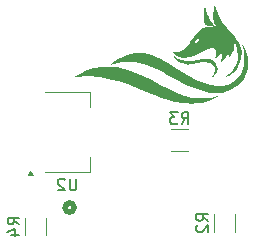
<source format=gbr>
%TF.GenerationSoftware,KiCad,Pcbnew,8.0.4*%
%TF.CreationDate,2024-07-30T18:13:19-04:00*%
%TF.ProjectId,esp32-c3-wroom-socket,65737033-322d-4633-932d-77726f6f6d2d,rev?*%
%TF.SameCoordinates,Original*%
%TF.FileFunction,Legend,Bot*%
%TF.FilePolarity,Positive*%
%FSLAX46Y46*%
G04 Gerber Fmt 4.6, Leading zero omitted, Abs format (unit mm)*
G04 Created by KiCad (PCBNEW 8.0.4) date 2024-07-30 18:13:19*
%MOMM*%
%LPD*%
G01*
G04 APERTURE LIST*
%ADD10C,0.150000*%
%ADD11C,0.000000*%
%ADD12C,0.508000*%
%ADD13C,0.120000*%
G04 APERTURE END LIST*
D10*
X152461904Y-72754819D02*
X152461904Y-73564342D01*
X152461904Y-73564342D02*
X152414285Y-73659580D01*
X152414285Y-73659580D02*
X152366666Y-73707200D01*
X152366666Y-73707200D02*
X152271428Y-73754819D01*
X152271428Y-73754819D02*
X152080952Y-73754819D01*
X152080952Y-73754819D02*
X151985714Y-73707200D01*
X151985714Y-73707200D02*
X151938095Y-73659580D01*
X151938095Y-73659580D02*
X151890476Y-73564342D01*
X151890476Y-73564342D02*
X151890476Y-72754819D01*
X151461904Y-72850057D02*
X151414285Y-72802438D01*
X151414285Y-72802438D02*
X151319047Y-72754819D01*
X151319047Y-72754819D02*
X151080952Y-72754819D01*
X151080952Y-72754819D02*
X150985714Y-72802438D01*
X150985714Y-72802438D02*
X150938095Y-72850057D01*
X150938095Y-72850057D02*
X150890476Y-72945295D01*
X150890476Y-72945295D02*
X150890476Y-73040533D01*
X150890476Y-73040533D02*
X150938095Y-73183390D01*
X150938095Y-73183390D02*
X151509523Y-73754819D01*
X151509523Y-73754819D02*
X150890476Y-73754819D01*
X163634819Y-76333333D02*
X163158628Y-76000000D01*
X163634819Y-75761905D02*
X162634819Y-75761905D01*
X162634819Y-75761905D02*
X162634819Y-76142857D01*
X162634819Y-76142857D02*
X162682438Y-76238095D01*
X162682438Y-76238095D02*
X162730057Y-76285714D01*
X162730057Y-76285714D02*
X162825295Y-76333333D01*
X162825295Y-76333333D02*
X162968152Y-76333333D01*
X162968152Y-76333333D02*
X163063390Y-76285714D01*
X163063390Y-76285714D02*
X163111009Y-76238095D01*
X163111009Y-76238095D02*
X163158628Y-76142857D01*
X163158628Y-76142857D02*
X163158628Y-75761905D01*
X162730057Y-76714286D02*
X162682438Y-76761905D01*
X162682438Y-76761905D02*
X162634819Y-76857143D01*
X162634819Y-76857143D02*
X162634819Y-77095238D01*
X162634819Y-77095238D02*
X162682438Y-77190476D01*
X162682438Y-77190476D02*
X162730057Y-77238095D01*
X162730057Y-77238095D02*
X162825295Y-77285714D01*
X162825295Y-77285714D02*
X162920533Y-77285714D01*
X162920533Y-77285714D02*
X163063390Y-77238095D01*
X163063390Y-77238095D02*
X163634819Y-76666667D01*
X163634819Y-76666667D02*
X163634819Y-77285714D01*
X161366666Y-68134819D02*
X161699999Y-67658628D01*
X161938094Y-68134819D02*
X161938094Y-67134819D01*
X161938094Y-67134819D02*
X161557142Y-67134819D01*
X161557142Y-67134819D02*
X161461904Y-67182438D01*
X161461904Y-67182438D02*
X161414285Y-67230057D01*
X161414285Y-67230057D02*
X161366666Y-67325295D01*
X161366666Y-67325295D02*
X161366666Y-67468152D01*
X161366666Y-67468152D02*
X161414285Y-67563390D01*
X161414285Y-67563390D02*
X161461904Y-67611009D01*
X161461904Y-67611009D02*
X161557142Y-67658628D01*
X161557142Y-67658628D02*
X161938094Y-67658628D01*
X161033332Y-67134819D02*
X160414285Y-67134819D01*
X160414285Y-67134819D02*
X160747618Y-67515771D01*
X160747618Y-67515771D02*
X160604761Y-67515771D01*
X160604761Y-67515771D02*
X160509523Y-67563390D01*
X160509523Y-67563390D02*
X160461904Y-67611009D01*
X160461904Y-67611009D02*
X160414285Y-67706247D01*
X160414285Y-67706247D02*
X160414285Y-67944342D01*
X160414285Y-67944342D02*
X160461904Y-68039580D01*
X160461904Y-68039580D02*
X160509523Y-68087200D01*
X160509523Y-68087200D02*
X160604761Y-68134819D01*
X160604761Y-68134819D02*
X160890475Y-68134819D01*
X160890475Y-68134819D02*
X160985713Y-68087200D01*
X160985713Y-68087200D02*
X161033332Y-68039580D01*
X147634819Y-76633333D02*
X147158628Y-76300000D01*
X147634819Y-76061905D02*
X146634819Y-76061905D01*
X146634819Y-76061905D02*
X146634819Y-76442857D01*
X146634819Y-76442857D02*
X146682438Y-76538095D01*
X146682438Y-76538095D02*
X146730057Y-76585714D01*
X146730057Y-76585714D02*
X146825295Y-76633333D01*
X146825295Y-76633333D02*
X146968152Y-76633333D01*
X146968152Y-76633333D02*
X147063390Y-76585714D01*
X147063390Y-76585714D02*
X147111009Y-76538095D01*
X147111009Y-76538095D02*
X147158628Y-76442857D01*
X147158628Y-76442857D02*
X147158628Y-76061905D01*
X146968152Y-77490476D02*
X147634819Y-77490476D01*
X146587200Y-77252381D02*
X147301485Y-77014286D01*
X147301485Y-77014286D02*
X147301485Y-77633333D01*
D11*
%TO.C,G\u002A\u002A\u002A*%
G36*
X156024104Y-63338716D02*
G01*
X156173697Y-63369041D01*
X156507893Y-63451328D01*
X156858767Y-63559144D01*
X157239428Y-63697764D01*
X157662984Y-63872463D01*
X158142542Y-64088515D01*
X158691212Y-64351193D01*
X159322101Y-64665774D01*
X159575783Y-64793769D01*
X160132057Y-65070373D01*
X160608967Y-65299444D01*
X161019301Y-65485280D01*
X161375843Y-65632183D01*
X161691382Y-65744451D01*
X161978702Y-65826385D01*
X162250591Y-65882285D01*
X162519835Y-65916451D01*
X162799220Y-65933182D01*
X163101532Y-65936780D01*
X163208736Y-65935703D01*
X163568882Y-65920103D01*
X163863761Y-65883348D01*
X164128960Y-65821444D01*
X164153715Y-65814340D01*
X164340991Y-65764298D01*
X164478362Y-65733932D01*
X164537610Y-65729586D01*
X164512187Y-65760974D01*
X164406823Y-65824819D01*
X164243316Y-65908932D01*
X164045100Y-66002307D01*
X163835610Y-66093936D01*
X163638283Y-66172815D01*
X163476552Y-66227934D01*
X163336305Y-66264944D01*
X163067108Y-66323955D01*
X162812913Y-66367752D01*
X162593123Y-66388182D01*
X162216347Y-66395041D01*
X161795636Y-66377783D01*
X161368371Y-66338227D01*
X160971928Y-66278191D01*
X160789195Y-66240673D01*
X160445133Y-66154062D01*
X160069864Y-66038501D01*
X159646623Y-65888235D01*
X159158645Y-65697514D01*
X158589164Y-65460583D01*
X157755216Y-65119804D01*
X156829391Y-64777410D01*
X155966340Y-64498797D01*
X155173638Y-64286382D01*
X154458862Y-64142582D01*
X154429417Y-64138004D01*
X154134975Y-64105592D01*
X153792481Y-64086237D01*
X153433620Y-64079979D01*
X153090075Y-64086858D01*
X152793529Y-64106915D01*
X152575667Y-64140189D01*
X152477967Y-64161789D01*
X152345044Y-64184490D01*
X152284473Y-64184838D01*
X152299846Y-64156656D01*
X152393720Y-64088432D01*
X152551225Y-63994268D01*
X152751442Y-63885444D01*
X152973452Y-63773239D01*
X153196336Y-63668934D01*
X153399173Y-63583806D01*
X153883682Y-63425058D01*
X154593185Y-63288445D01*
X155310902Y-63259268D01*
X156024104Y-63338716D01*
G37*
G36*
X166518438Y-61369316D02*
G01*
X166577088Y-61449193D01*
X166660917Y-61596488D01*
X166762597Y-61803696D01*
X166808590Y-61908211D01*
X166975479Y-62433748D01*
X167037052Y-62948952D01*
X166998180Y-63444134D01*
X166863735Y-63909605D01*
X166638587Y-64335675D01*
X166327607Y-64712655D01*
X165935668Y-65030855D01*
X165467640Y-65280586D01*
X164928395Y-65452158D01*
X164856358Y-65467087D01*
X164365643Y-65509580D01*
X163810479Y-65464085D01*
X163192990Y-65331273D01*
X162515301Y-65111815D01*
X161779537Y-64806384D01*
X160987822Y-64415648D01*
X160142279Y-63940280D01*
X159938935Y-63821188D01*
X159473265Y-63564384D01*
X159052925Y-63359732D01*
X158649045Y-63193823D01*
X158232757Y-63053246D01*
X158070701Y-63005361D01*
X157885579Y-62959200D01*
X157705403Y-62929039D01*
X157501157Y-62911561D01*
X157243820Y-62903448D01*
X156904376Y-62901384D01*
X156784717Y-62901544D01*
X156467053Y-62905567D01*
X156226666Y-62916920D01*
X156037820Y-62938179D01*
X155874775Y-62971920D01*
X155711795Y-63020718D01*
X155707899Y-63022016D01*
X155526043Y-63078799D01*
X155391226Y-63113924D01*
X155332379Y-63119833D01*
X155337578Y-63094296D01*
X155413795Y-63019577D01*
X155555178Y-62913170D01*
X155742085Y-62788021D01*
X155954874Y-62657079D01*
X156173904Y-62533288D01*
X156379535Y-62429596D01*
X156614227Y-62326555D01*
X157012094Y-62188125D01*
X157390455Y-62112070D01*
X157788804Y-62088840D01*
X157863816Y-62089454D01*
X158211845Y-62111209D01*
X158548121Y-62168755D01*
X158888470Y-62268411D01*
X159248716Y-62416499D01*
X159644687Y-62619341D01*
X160092206Y-62883257D01*
X160607100Y-63214570D01*
X160708562Y-63281562D01*
X161392584Y-63717437D01*
X162007923Y-64079024D01*
X162563179Y-64370210D01*
X163066953Y-64594884D01*
X163527847Y-64756931D01*
X163954460Y-64860239D01*
X164355393Y-64908697D01*
X164656923Y-64917210D01*
X164927801Y-64899081D01*
X165163615Y-64848878D01*
X165336850Y-64788488D01*
X165727243Y-64573404D01*
X166074123Y-64269435D01*
X166363375Y-63890507D01*
X166580883Y-63450547D01*
X166639992Y-63227906D01*
X166680174Y-62906159D01*
X166692183Y-62545850D01*
X166676378Y-62183528D01*
X166633118Y-61855744D01*
X166562759Y-61599049D01*
X166505998Y-61441838D01*
X166492299Y-61364362D01*
X166518438Y-61369316D01*
G37*
G36*
X164991247Y-64173085D02*
G01*
X164963457Y-64200875D01*
X164935668Y-64173085D01*
X164963457Y-64145295D01*
X164991247Y-64173085D01*
G37*
G36*
X160787436Y-62380532D02*
G01*
X160892451Y-62464967D01*
X161086742Y-62611382D01*
X161401259Y-62743037D01*
X161783217Y-62801370D01*
X162238630Y-62787136D01*
X162773511Y-62701089D01*
X162777163Y-62700319D01*
X163114951Y-62634994D01*
X163372034Y-62601933D01*
X163573801Y-62600998D01*
X163745640Y-62632054D01*
X163912939Y-62694963D01*
X164103297Y-62810752D01*
X164300145Y-63033593D01*
X164406573Y-63314052D01*
X164415304Y-63502684D01*
X164334665Y-63763229D01*
X164144045Y-64019408D01*
X164133468Y-64030304D01*
X164012174Y-64141384D01*
X163951943Y-64169709D01*
X163959302Y-64117364D01*
X164040780Y-63986433D01*
X164081739Y-63924177D01*
X164184459Y-63670239D01*
X164188805Y-63425532D01*
X164097239Y-63208267D01*
X163912229Y-63036658D01*
X163842632Y-62997000D01*
X163640280Y-62920434D01*
X163405925Y-62892046D01*
X163116275Y-62910602D01*
X162748040Y-62974864D01*
X162620446Y-63000025D01*
X162346282Y-63045689D01*
X162097037Y-63077155D01*
X161914341Y-63088735D01*
X161787325Y-63081187D01*
X161449965Y-62997470D01*
X161137879Y-62835483D01*
X160889830Y-62613219D01*
X160854216Y-62568794D01*
X160768130Y-62443105D01*
X160745933Y-62376798D01*
X160787436Y-62380532D01*
G37*
G36*
X166019832Y-60949453D02*
G01*
X166132980Y-61111272D01*
X166295433Y-61401567D01*
X166400141Y-61671271D01*
X166453395Y-61933409D01*
X166461483Y-62201007D01*
X166430695Y-62487090D01*
X166411949Y-62591655D01*
X166270071Y-63063170D01*
X166047032Y-63461132D01*
X165744627Y-63782948D01*
X165364656Y-64026023D01*
X165229383Y-64089262D01*
X165113486Y-64133402D01*
X165092900Y-64120809D01*
X165167550Y-64051199D01*
X165337359Y-63924292D01*
X165425407Y-63857561D01*
X165744345Y-63535159D01*
X165974371Y-63158169D01*
X166112178Y-62740542D01*
X166154463Y-62296231D01*
X166097920Y-61839187D01*
X165939244Y-61383364D01*
X165926013Y-61355301D01*
X165841939Y-61187100D01*
X165777076Y-61073980D01*
X165744537Y-61039125D01*
X165740164Y-61063340D01*
X165749992Y-61170873D01*
X165778753Y-61329832D01*
X165807717Y-61567873D01*
X165771345Y-61857135D01*
X165736699Y-61969043D01*
X165663382Y-62144565D01*
X165577644Y-62308472D01*
X165496230Y-62429792D01*
X165435886Y-62477554D01*
X165426307Y-62454700D01*
X165419631Y-62348953D01*
X165423420Y-62186139D01*
X165438743Y-61894311D01*
X165296300Y-62181503D01*
X165219604Y-62311160D01*
X165101289Y-62472230D01*
X164968361Y-62628161D01*
X164840535Y-62757561D01*
X164737530Y-62839037D01*
X164679060Y-62851197D01*
X164678233Y-62791861D01*
X164711793Y-62676519D01*
X164715666Y-62665845D01*
X164753411Y-62499881D01*
X164768928Y-62314080D01*
X164768928Y-62101918D01*
X164553147Y-62317698D01*
X164523600Y-62346704D01*
X164380480Y-62469581D01*
X164277618Y-62528735D01*
X164227839Y-62519252D01*
X164243968Y-62436214D01*
X164257293Y-62404120D01*
X164311815Y-62175764D01*
X164298395Y-61968274D01*
X164218459Y-61816270D01*
X164160706Y-61767522D01*
X164020301Y-61711640D01*
X163841961Y-61721353D01*
X163610174Y-61798883D01*
X163309428Y-61946452D01*
X162911080Y-62143456D01*
X162429533Y-62333031D01*
X161986755Y-62452234D01*
X161600875Y-62495241D01*
X161518890Y-62494599D01*
X161220776Y-62458269D01*
X160984103Y-62358726D01*
X160777670Y-62184182D01*
X160649214Y-62046643D01*
X161002354Y-62024157D01*
X161144295Y-62010712D01*
X161341716Y-61966120D01*
X161512351Y-61880871D01*
X161675655Y-61740442D01*
X161851081Y-61530308D01*
X162058084Y-61235944D01*
X162058406Y-61235468D01*
X162490153Y-61235468D01*
X162491998Y-61267819D01*
X162519109Y-61304805D01*
X162589426Y-61266722D01*
X162716748Y-61148258D01*
X162744391Y-61119879D01*
X162849487Y-60987200D01*
X162860998Y-60949453D01*
X165658206Y-60949453D01*
X165685996Y-60977243D01*
X165713786Y-60949453D01*
X165685996Y-60921663D01*
X165658206Y-60949453D01*
X162860998Y-60949453D01*
X162876553Y-60898442D01*
X162820979Y-60866083D01*
X162809007Y-60867727D01*
X162720597Y-60922659D01*
X162615279Y-61027612D01*
X162527111Y-61144558D01*
X162490153Y-61235468D01*
X162058406Y-61235468D01*
X162094980Y-61181458D01*
X162394532Y-60771499D01*
X162682371Y-60433918D01*
X162948899Y-60179096D01*
X163184521Y-60017412D01*
X163202294Y-60008578D01*
X163473323Y-59922444D01*
X163840174Y-59876958D01*
X163896100Y-59873320D01*
X164084682Y-59855907D01*
X164212375Y-59835813D01*
X164254092Y-59816691D01*
X164147130Y-59601646D01*
X164080237Y-59392024D01*
X164054225Y-59161485D01*
X164060134Y-58866104D01*
X164064038Y-58804353D01*
X164087756Y-58565369D01*
X164120533Y-58359615D01*
X164156503Y-58226039D01*
X164226773Y-58059300D01*
X164303359Y-58384723D01*
X164351728Y-58557991D01*
X164545024Y-59014732D01*
X164833172Y-59485081D01*
X165208104Y-59955029D01*
X165236262Y-59986583D01*
X165609684Y-60416805D01*
X165906493Y-60787360D01*
X165984164Y-60898442D01*
X166019832Y-60949453D01*
G37*
G36*
X163388365Y-58221532D02*
G01*
X163430550Y-58364989D01*
X163467936Y-58496924D01*
X163565538Y-58782968D01*
X163680896Y-59066344D01*
X163802066Y-59320962D01*
X163917104Y-59520731D01*
X164014064Y-59639562D01*
X164063752Y-59689844D01*
X164101969Y-59763831D01*
X164101944Y-59764428D01*
X164049213Y-59787686D01*
X163914775Y-59799999D01*
X163727166Y-59798710D01*
X163636701Y-59794544D01*
X163473902Y-59781578D01*
X163384399Y-59755487D01*
X163341095Y-59704172D01*
X163316893Y-59615536D01*
X163299208Y-59481419D01*
X163286502Y-59270222D01*
X163280421Y-59019739D01*
X163280882Y-58760025D01*
X163287804Y-58521134D01*
X163301102Y-58333121D01*
X163320697Y-58226039D01*
X163327120Y-58210808D01*
X163357260Y-58174403D01*
X163388365Y-58221532D01*
G37*
D12*
%TO.C,J1*%
X152273600Y-75200000D02*
G75*
G02*
X151511600Y-75200000I-381000J0D01*
G01*
X151511600Y-75200000D02*
G75*
G02*
X152273600Y-75200000I381000J0D01*
G01*
D13*
%TO.C,U2*%
X153610000Y-65390000D02*
X149850000Y-65390000D01*
X153610000Y-66650000D02*
X153610000Y-65390000D01*
X153610000Y-70950000D02*
X153610000Y-72210000D01*
X153610000Y-72210000D02*
X149850000Y-72210000D01*
X148810000Y-72440000D02*
X148330000Y-72440000D01*
X148570000Y-72110000D01*
X148810000Y-72440000D01*
G36*
X148810000Y-72440000D02*
G01*
X148330000Y-72440000D01*
X148570000Y-72110000D01*
X148810000Y-72440000D01*
G37*
%TO.C,R2*%
X164090000Y-77227064D02*
X164090000Y-75772936D01*
X165910000Y-77227064D02*
X165910000Y-75772936D01*
%TO.C,R3*%
X160472936Y-68590000D02*
X161927064Y-68590000D01*
X160472936Y-70410000D02*
X161927064Y-70410000D01*
%TO.C,R4*%
X148090000Y-77527064D02*
X148090000Y-76072936D01*
X149910000Y-77527064D02*
X149910000Y-76072936D01*
%TD*%
M02*

</source>
